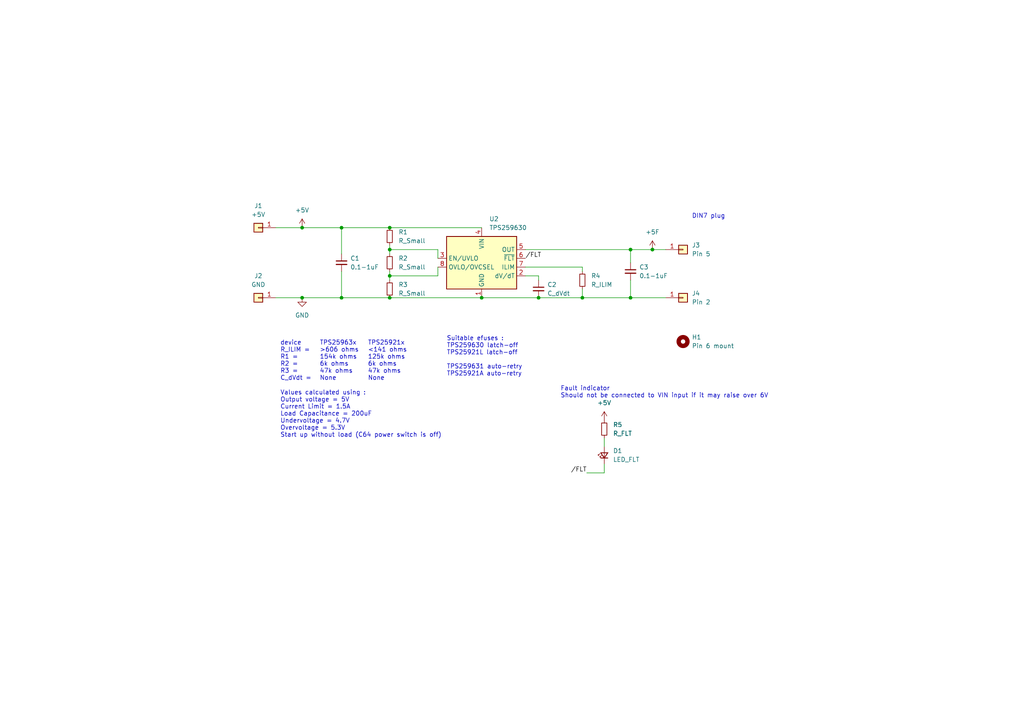
<source format=kicad_sch>
(kicad_sch (version 20230121) (generator eeschema)
  (paper "A4")
  (title_block (title "C64-efuse") (date "2023-10-26") (rev "0.1") (company "FLACO 2023"))
  (lib_symbols
    (symbol "Connector_Generic:Conn_01x01" (pin_names (offset 1.016) hide)
      (property "Reference" "J" (at 0 2.54 0))
      (property "Value" "Conn_01x01" (at 0 -2.54 0))
      (symbol "Conn_01x01_1_1"
        (rectangle (start -1.27 0.127) (end 0 -0.127) (stroke (width 0.1524)))
        (rectangle (start -1.27 1.27) (end 1.27 -1.27) (stroke (width 0.254)) (fill (type background)))
        (pin passive line (at -5.08 0 0) (length 3.81) (name "Pin_1") (number "1"))
      )
    )
    (symbol "Device:C_Small" (pin_numbers hide) (pin_names (offset 0.254) hide)
      (property "Reference" "C" (at 0.254 1.778 0))
      (property "Value" "C_Small" (at 0.254 -2.032 0))
      (symbol "C_Small_0_1"
        (polyline (pts (xy -1.524 -0.508) (xy 1.524 -0.508)) (stroke (width 0.3302)))
        (polyline (pts (xy -1.524 0.508) (xy 1.524 0.508)) (stroke (width 0.3048)))
      )
      (symbol "C_Small_1_1"
        (pin passive line (at 0 2.54 270) (length 2.032) (name "~") (number "1"))
        (pin passive line (at 0 -2.54 90) (length 2.032) (name "~") (number "2"))
      )
    )
    (symbol "Device:LED_Small" (pin_numbers hide) (pin_names (offset 0.254) hide)
      (property "Reference" "D" (at -1.27 3.175 0))
      (property "Value" "LED_Small" (at -4.445 -2.54 0))
      (symbol "LED_Small_0_1"
        (polyline (pts (xy -0.762 -1.016) (xy -0.762 1.016)) (stroke (width 0.254)))
        (polyline (pts (xy 1.016 0) (xy -0.762 0)))
        (polyline (pts (xy 0.762 -1.016) (xy -0.762 0) (xy 0.762 1.016) (xy 0.762 -1.016)) (stroke (width 0.254)))
        (polyline (pts (xy 0 0.762) (xy -0.508 1.27) (xy -0.254 1.27) (xy -0.508 1.27) (xy -0.508 1.016)))
        (polyline (pts (xy 0.508 1.27) (xy 0 1.778) (xy 0.254 1.778) (xy 0 1.778) (xy 0 1.524)))
      )
      (symbol "LED_Small_1_1"
        (pin passive line (at -2.54 0 0) (length 1.778) (name "K") (number "1"))
        (pin passive line (at 2.54 0 180) (length 1.778) (name "A") (number "2"))
      )
    )
    (symbol "Device:R_Small" (pin_numbers hide) (pin_names (offset 0.254) hide)
      (property "Reference" "R" (at 0.762 0.508 0))
      (property "Value" "R_Small" (at 0.762 -1.016 0))
      (symbol "R_Small_0_1"
        (rectangle (start -0.762 1.778) (end 0.762 -1.778) (stroke (width 0.2032)))
      )
      (symbol "R_Small_1_1"
        (pin passive line (at 0 2.54 270) (length 0.762) (name "~") (number "1"))
        (pin passive line (at 0 -2.54 90) (length 0.762) (name "~") (number "2"))
      )
    )
    (symbol "Mechanical:MountingHole" (pin_names (offset 1.016))
      (property "Reference" "H" (at 0 5.08 0))
      (property "Value" "MountingHole" (at 0 3.175 0))
      (symbol "MountingHole_0_1"
        (circle (center 0 0) (radius 1.27) (stroke (width 1.27)))
      )
    )
    (symbol "Sassa:TPS2596xx"
      (property "Reference" "U" (at -6.35 6.35 0))
      (property "Value" "TPS2596xx" (at 6.35 6.35 0))
      (symbol "TPS2596xx_0_1"
        (rectangle (start -10.16 7.62) (end 10.16 -7.62) (stroke (width 0.254)) (fill (type background)))
      )
      (symbol "TPS2596xx_1_1"
        (pin power_in line (at 0 -10.16 90) (length 2.54) (name "GND") (number "1"))
        (pin output line (at 12.7 -3.81 180) (length 2.54) (name "dV/dT") (number "2"))
        (pin input line (at -12.7 1.27 0) (length 2.54) (name "EN/UVLO") (number "3"))
        (pin power_in line (at 0 10.16 270) (length 2.54) (name "VIN") (number "4"))
        (pin power_out line (at 12.7 3.81 180) (length 2.54) (name "OUT") (number "5"))
        (pin open_collector line (at 12.7 1.27 180) (length 2.54) (name "~{FLT}") (number "6"))
        (pin output line (at 12.7 -1.27 180) (length 2.54) (name "ILIM") (number "7"))
        (pin input line (at -12.7 -1.27 0) (length 2.54) (name "OVLO/OVCSEL") (number "8"))
        (pin passive line (at 0 -10.16 90) (length 2.54) hide (name "GND") (number "9"))
      )
    )
    (symbol "power:+5F" (power) (pin_names (offset 0))
      (property "Value" "+5F" (at 0 3.556 0))
      (symbol "+5F_0_1"
        (polyline (pts (xy -0.762 1.27) (xy 0 2.54)))
        (polyline (pts (xy 0 0) (xy 0 2.54)))
        (polyline (pts (xy 0 2.54) (xy 0.762 1.27)))
      )
      (symbol "+5F_1_1"
        (pin power_in line (at 0 0 90) (length 0) hide (name "+5F") (number "1"))
      )
    )
    (symbol "power:+5V" (power) (pin_names (offset 0))
      (property "Value" "+5V" (at 0 3.556 0))
      (symbol "+5V_0_1"
        (polyline (pts (xy -0.762 1.27) (xy 0 2.54)))
        (polyline (pts (xy 0 0) (xy 0 2.54)))
        (polyline (pts (xy 0 2.54) (xy 0.762 1.27)))
      )
      (symbol "+5V_1_1"
        (pin power_in line (at 0 0 90) (length 0) hide (name "+5V") (number "1"))
      )
    )
    (symbol "power:GND" (power) (pin_names (offset 0))
      (property "Value" "GND" (at 0 -3.81 0))
      (symbol "GND_0_1"
        (polyline (pts (xy 0 0) (xy 0 -1.27) (xy 1.27 -1.27) (xy 0 -2.54) (xy -1.27 -1.27) (xy 0 -1.27)))
      )
      (symbol "GND_1_1"
        (pin power_in line (at 0 0 270) (length 0) hide (name "GND") (number "1"))
      )
    )
  )
  (junction (at 99.06 86.36))
  (junction (at 113.03 72.39))
  (junction (at 113.03 66.04))
  (junction (at 189.23 72.39))
  (junction (at 87.63 86.36))
  (junction (at 182.88 72.39))
  (junction (at 168.91 86.36))
  (junction (at 99.06 66.04))
  (junction (at 156.21 86.36))
  (junction (at 113.03 86.36))
  (junction (at 87.63 66.04))
  (junction (at 182.88 86.36))
  (junction (at 113.03 80.01))
  (junction (at 139.7 86.36))
  (wire (pts (xy 113.03 72.39) (xy 113.03 71.12)))
  (wire (pts (xy 127 77.47) (xy 127 80.01)))
  (wire (pts (xy 156.21 80.01) (xy 156.21 81.28)))
  (wire (pts (xy 99.06 66.04) (xy 99.06 73.66)))
  (wire (pts (xy 175.26 127) (xy 175.26 129.54)))
  (wire (pts (xy 113.03 66.04) (xy 139.7 66.04)))
  (wire (pts (xy 127 74.93) (xy 127 72.39)))
  (wire (pts (xy 113.03 78.74) (xy 113.03 80.01)))
  (wire (pts (xy 175.26 134.62) (xy 175.26 137.16)))
  (wire (pts (xy 168.91 77.47) (xy 168.91 78.74)))
  (wire (pts (xy 99.06 86.36) (xy 113.03 86.36)))
  (wire (pts (xy 87.63 86.36) (xy 99.06 86.36)))
  (wire (pts (xy 156.21 86.36) (xy 168.91 86.36)))
  (wire (pts (xy 80.01 66.04) (xy 87.63 66.04)))
  (wire (pts (xy 87.63 66.04) (xy 99.06 66.04)))
  (wire (pts (xy 182.88 72.39) (xy 182.88 76.2)))
  (wire (pts (xy 168.91 83.82) (xy 168.91 86.36)))
  (wire (pts (xy 99.06 78.74) (xy 99.06 86.36)))
  (wire (pts (xy 139.7 86.36) (xy 156.21 86.36)))
  (wire (pts (xy 152.4 72.39) (xy 182.88 72.39)))
  (wire (pts (xy 189.23 72.39) (xy 193.04 72.39)))
  (wire (pts (xy 99.06 66.04) (xy 113.03 66.04)))
  (wire (pts (xy 113.03 80.01) (xy 113.03 81.28)))
  (wire (pts (xy 152.4 80.01) (xy 156.21 80.01)))
  (wire (pts (xy 113.03 86.36) (xy 139.7 86.36)))
  (wire (pts (xy 127 80.01) (xy 113.03 80.01)))
  (wire (pts (xy 80.01 86.36) (xy 87.63 86.36)))
  (wire (pts (xy 113.03 72.39) (xy 113.03 73.66)))
  (wire (pts (xy 182.88 72.39) (xy 189.23 72.39)))
  (wire (pts (xy 152.4 77.47) (xy 168.91 77.47)))
  (wire (pts (xy 182.88 86.36) (xy 193.04 86.36)))
  (wire (pts (xy 168.91 86.36) (xy 182.88 86.36)))
  (wire (pts (xy 182.88 81.28) (xy 182.88 86.36)))
  (wire (pts (xy 175.26 137.16) (xy 170.18 137.16)))
  (wire (pts (xy 127 72.39) (xy 113.03 72.39)))
  (text "TPS25921x\n<141 ohms\n125k ohms\n6k ohms\n47k ohms\nNone" (at 106.68 110.49 0) (effects (font (size 1.27 1.27)) (justify left bottom)))
  (text "TPS25963x\n>606 ohms\n154k ohms\n6k ohms\n47k ohms\nNone" (at 92.71 110.49 0) (effects (font (size 1.27 1.27)) (justify left bottom)))
  (text "Suitable efuses :\nTPS259630 latch-off\nTPS25921L latch-off\n\nTPS259631 auto-retry\nTPS25921A auto-retry\n" (at 129.54 109.22 0) (effects (font (size 1.27 1.27)) (justify left bottom)))
  (text "DIN7 plug" (at 200.66 63.5 0) (effects (font (size 1.27 1.27)) (justify left bottom)))
  (text "device\nR_ILIM =\nR1 =\nR2 =\nR3 =\nC_dVdt =" (at 81.28 110.49 0) (effects (font (size 1.27 1.27)) (justify left bottom)))
  (text "Fault indicator\nShould not be connected to VIN input if it may raise over 6V" (at 162.56 115.57 0) (effects (font (size 1.27 1.27)) (justify left bottom)))
  (text "Values calculated using :\nOutput voltage = 5V\nCurrent Limit = 1.5A\nLoad Capacitance = 200uF\nUndervoltage = 4.7V\nOvervoltage = 5.3V\nStart up without load (C64 power switch is off)" (at 81.28 127 0) (effects (font (size 1.27 1.27)) (justify left bottom)))
  (label "{slash}FLT" (at 170.18 137.16 180))
  (label "{slash}FLT" (at 152.4 74.93 0))
  (symbol (lib_id "Sassa:TPS2596xx") (at 139.7 76.2 0) (unit 1)
    (property "Reference" "U2" (at 141.8941 63.5 0) (effects (justify left)))
    (property "Value" "TPS259630" (at 141.8941 66.04 0) (effects (justify left)))
    (property "Footprint" "Package_SO:SOIC-8-1EP_3.9x4.9mm_P1.27mm_EP2.41x3.3mm" (effects hide))
    (property "Datasheet" "http://www.ti.com/lit/ds/symlink/tps2596.pdf" (effects hide))
  )
  (symbol (lib_id "Connector_Generic:Conn_01x01") (at 198.12 72.39 0) (unit 1)
    (property "Reference" "J3" (at 200.66 71.12 0) (effects (justify left)))
    (property "Value" "Pin 5" (at 200.66 73.66 0) (effects (justify left)))
    (property "Footprint" "TestPoint:TestPoint_Keystone_5019_Minature" (effects hide))
  )
  (symbol (lib_id "Device:C_Small") (at 99.06 76.2 0) (unit 1)
    (property "Reference" "C1" (at 101.6 74.9363 0) (effects (justify left)))
    (property "Value" "0.1-1uF" (at 101.6 77.4763 0) (effects (justify left)))
    (property "Footprint" "Capacitor_SMD:C_0805_2012Metric" (effects hide))
  )
  (symbol (lib_id "power:+5F") (at 189.23 72.39 0) (unit 1)
    (property "Reference" "#PWR04" (effects hide))
    (property "Value" "+5F" (at 189.23 67.31 0))
  )
  (symbol (lib_id "Connector_Generic:Conn_01x01") (at 74.93 66.04 180) (unit 1)
    (property "Reference" "J1" (at 74.93 59.69 0))
    (property "Value" "+5V" (at 74.93 62.23 0))
    (property "Footprint" "Connector_Pin:Pin_D1.0mm_L10.0mm" (effects hide))
  )
  (symbol (lib_id "Device:R_Small") (at 113.03 76.2 0) (unit 1)
    (property "Reference" "R2" (at 115.57 74.93 0) (effects (justify left)))
    (property "Value" "R_Small" (at 115.57 77.47 0) (effects (justify left)))
    (property "Footprint" "Resistor_SMD:R_0805_2012Metric" (effects hide))
  )
  (symbol (lib_id "Device:C_Small") (at 156.21 83.82 0) (unit 1)
    (property "Reference" "C2" (at 158.75 82.5563 0) (effects (justify left)))
    (property "Value" "C_dVdt" (at 158.75 85.0963 0) (effects (justify left)))
    (property "Footprint" "Capacitor_SMD:C_0805_2012Metric" (effects hide))
  )
  (symbol (lib_id "Connector_Generic:Conn_01x01") (at 198.12 86.36 0) (unit 1)
    (property "Reference" "J4" (at 200.66 85.09 0) (effects (justify left)))
    (property "Value" "Pin 2" (at 200.66 87.63 0) (effects (justify left)))
    (property "Footprint" "TestPoint:TestPoint_Keystone_5019_Minature" (effects hide))
  )
  (symbol (lib_id "power:GND") (at 87.63 86.36 0) (unit 1)
    (property "Reference" "#PWR02" (effects hide))
    (property "Value" "GND" (at 87.63 91.44 0))
  )
  (symbol (lib_id "Device:C_Small") (at 182.88 78.74 0) (unit 1)
    (property "Reference" "C3" (at 185.42 77.4763 0) (effects (justify left)))
    (property "Value" "0.1-1uF" (at 185.42 80.0163 0) (effects (justify left)))
    (property "Footprint" "Capacitor_SMD:C_0805_2012Metric" (effects hide))
  )
  (symbol (lib_id "Device:R_Small") (at 175.26 124.46 0) (unit 1)
    (property "Reference" "R5" (at 177.8 123.19 0) (effects (justify left)))
    (property "Value" "R_FLT" (at 177.8 125.73 0) (effects (justify left)))
    (property "Footprint" "Resistor_SMD:R_0805_2012Metric" (effects hide))
  )
  (symbol (lib_id "power:+5V") (at 87.63 66.04 0) (unit 1)
    (property "Reference" "#PWR01" (effects hide))
    (property "Value" "+5V" (at 87.63 60.96 0))
  )
  (symbol (lib_id "Device:R_Small") (at 113.03 83.82 0) (unit 1)
    (property "Reference" "R3" (at 115.57 82.55 0) (effects (justify left)))
    (property "Value" "R_Small" (at 115.57 85.09 0) (effects (justify left)))
    (property "Footprint" "Resistor_SMD:R_0805_2012Metric" (effects hide))
  )
  (symbol (lib_id "Device:LED_Small") (at 175.26 132.08 90) (unit 1)
    (property "Reference" "D1" (at 177.8 130.7465 90) (effects (justify right)))
    (property "Value" "LED_FLT" (at 177.8 133.2865 90) (effects (justify right)))
    (property "Footprint" "LED_SMD:LED_0805_2012Metric" (effects hide))
  )
  (symbol (lib_id "Device:R_Small") (at 168.91 81.28 0) (unit 1)
    (property "Reference" "R4" (at 171.45 80.01 0) (effects (justify left)))
    (property "Value" "R_ILIM" (at 171.45 82.55 0) (effects (justify left)))
    (property "Footprint" "Resistor_SMD:R_0805_2012Metric" (effects hide))
  )
  (symbol (lib_id "power:+5V") (at 175.26 121.92 0) (unit 1)
    (property "Reference" "#PWR03" (effects hide))
    (property "Value" "+5V" (at 175.26 116.84 0))
  )
  (symbol (lib_id "Mechanical:MountingHole") (at 198.12 99.06 0) (unit 1)
    (property "Reference" "H1" (at 200.66 97.79 0) (effects (justify left)))
    (property "Value" "Pin 6 mount" (at 200.66 100.33 0) (effects (justify left)))
    (property "Footprint" "TestPoint:TestPoint_Keystone_5019_Minature" (effects hide))
  )
  (symbol (lib_id "Connector_Generic:Conn_01x01") (at 74.93 86.36 180) (unit 1)
    (property "Reference" "J2" (at 74.93 80.01 0))
    (property "Value" "GND" (at 74.93 82.55 0))
    (property "Footprint" "Connector_PinHeader_2.54mm:PinHeader_1x01_P2.54mm_Vertical" (effects hide))
  )
  (symbol (lib_id "Device:R_Small") (at 113.03 68.58 0) (unit 1)
    (property "Reference" "R1" (at 115.57 67.31 0) (effects (justify left)))
    (property "Value" "R_Small" (at 115.57 69.85 0) (effects (justify left)))
    (property "Footprint" "Resistor_SMD:R_0805_2012Metric" (effects hide))
  )
)
</source>
